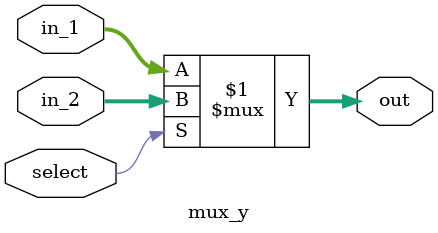
<source format=sv>
module mux_y(
	
	input 		      [3:0]   		in_1, 		//addr_Rd
	input 		      [3:0]    	in_2,			//15
	input									select,
	
	output		reg	[3:0]			out
);


assign out = select ? in_2 : in_1; // if select is 1, MUX will output in_2, otherwise in_1

endmodule
</source>
